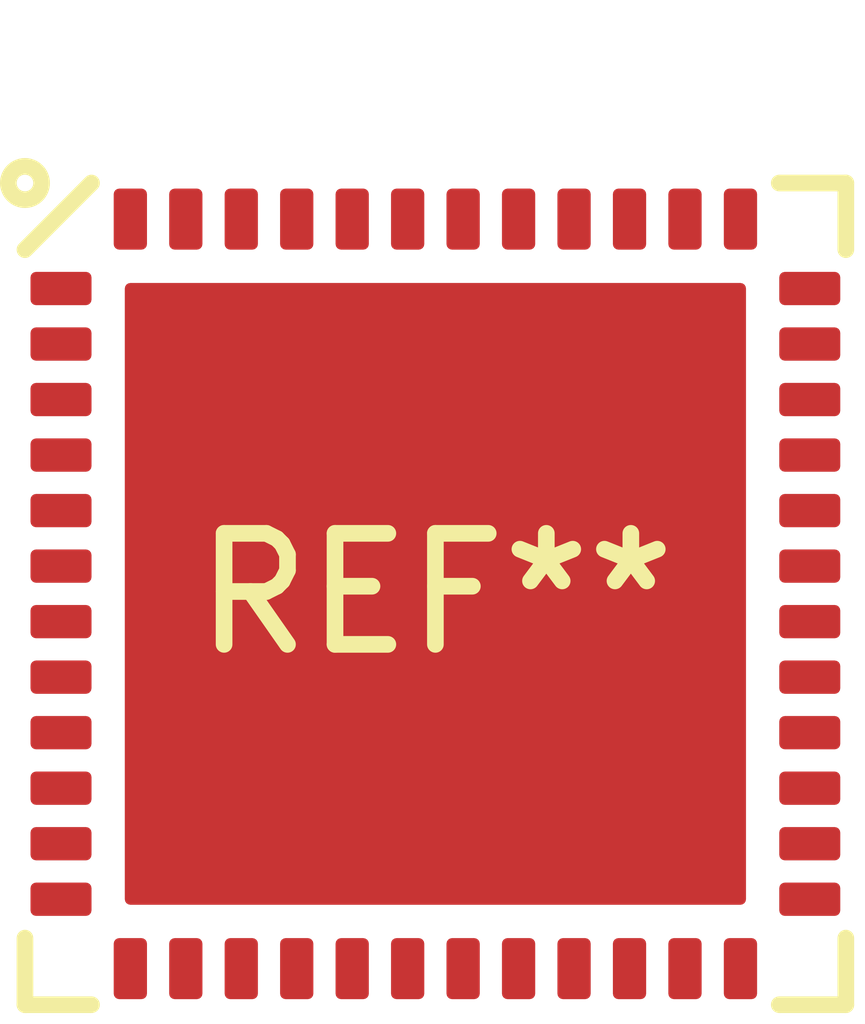
<source format=kicad_pcb>
(kicad_pcb (version 20171130) (host pcbnew 5.1.4-e60b266~84~ubuntu18.04.1)

  (general
    (thickness 1.6)
    (drawings 0)
    (tracks 0)
    (zones 0)
    (modules 1)
    (nets 1)
  )

  (page A4)
  (layers
    (0 F.Cu signal)
    (31 B.Cu signal)
    (32 B.Adhes user)
    (33 F.Adhes user)
    (34 B.Paste user)
    (35 F.Paste user)
    (36 B.SilkS user)
    (37 F.SilkS user)
    (38 B.Mask user)
    (39 F.Mask user)
    (40 Dwgs.User user)
    (41 Cmts.User user)
    (42 Eco1.User user)
    (43 Eco2.User user)
    (44 Edge.Cuts user)
    (45 Margin user)
    (46 B.CrtYd user)
    (47 F.CrtYd user)
    (48 B.Fab user)
    (49 F.Fab user)
  )

  (setup
    (last_trace_width 0.25)
    (trace_clearance 0.2)
    (zone_clearance 0.508)
    (zone_45_only no)
    (trace_min 0.2)
    (via_size 0.8)
    (via_drill 0.4)
    (via_min_size 0.4)
    (via_min_drill 0.3)
    (uvia_size 0.3)
    (uvia_drill 0.1)
    (uvias_allowed no)
    (uvia_min_size 0.2)
    (uvia_min_drill 0.1)
    (edge_width 0.05)
    (segment_width 0.2)
    (pcb_text_width 0.3)
    (pcb_text_size 1.5 1.5)
    (mod_edge_width 0.12)
    (mod_text_size 1 1)
    (mod_text_width 0.15)
    (pad_size 1.524 1.524)
    (pad_drill 0.762)
    (pad_to_mask_clearance 0.051)
    (solder_mask_min_width 0.25)
    (aux_axis_origin 0 0)
    (visible_elements FFFFFF7F)
    (pcbplotparams
      (layerselection 0x010fc_ffffffff)
      (usegerberextensions false)
      (usegerberattributes false)
      (usegerberadvancedattributes false)
      (creategerberjobfile false)
      (excludeedgelayer true)
      (linewidth 0.100000)
      (plotframeref false)
      (viasonmask false)
      (mode 1)
      (useauxorigin false)
      (hpglpennumber 1)
      (hpglpenspeed 20)
      (hpglpendiameter 15.000000)
      (psnegative false)
      (psa4output false)
      (plotreference true)
      (plotvalue true)
      (plotinvisibletext false)
      (padsonsilk false)
      (subtractmaskfromsilk false)
      (outputformat 1)
      (mirror false)
      (drillshape 1)
      (scaleselection 1)
      (outputdirectory ""))
  )

  (net 0 "")

  (net_class Default "This is the default net class."
    (clearance 0.2)
    (trace_width 0.25)
    (via_dia 0.8)
    (via_drill 0.4)
    (uvia_dia 0.3)
    (uvia_drill 0.1)
  )

  (module test_footprints:TEST_QFN (layer F.Cu) (tedit 5D615600) (tstamp 5D6198B1)
    (at 172.05 79.4)
    (fp_text reference REF** (at 0 0) (layer F.SilkS)
      (effects (font (size 1 1) (thickness 0.15)))
    )
    (fp_text value TEST_QFN (at 0 -0.5) (layer F.Fab)
      (effects (font (size 1 1) (thickness 0.15)))
    )
    (fp_line (start -3.8 -3.025) (end -3.8 -3.025) (layer F.CrtYd) (width 0.15))
    (fp_line (start -3.8 3.025) (end -3.8 -3.025) (layer F.CrtYd) (width 0.15))
    (fp_line (start -3.8 3.025) (end -3.8 3.025) (layer F.CrtYd) (width 0.15))
    (fp_line (start -3.8 3.8) (end -3.8 3.025) (layer F.CrtYd) (width 0.15))
    (fp_line (start 3.8 3.8) (end -3.8 3.8) (layer F.CrtYd) (width 0.15))
    (fp_line (start 3.8 3.025) (end 3.8 3.8) (layer F.CrtYd) (width 0.15))
    (fp_line (start 3.8 3.025) (end 3.8 3.025) (layer F.CrtYd) (width 0.15))
    (fp_line (start 3.8 -3.025) (end 3.8 3.025) (layer F.CrtYd) (width 0.15))
    (fp_line (start 3.8 -3.025) (end 3.8 -3.025) (layer F.CrtYd) (width 0.15))
    (fp_line (start 3.8 -3.8) (end 3.8 -3.025) (layer F.CrtYd) (width 0.15))
    (fp_line (start -3.8 -3.8) (end 3.8 -3.8) (layer F.CrtYd) (width 0.15))
    (fp_line (start -3.8 -3.025) (end -3.8 -3.8) (layer F.CrtYd) (width 0.15))
    (fp_line (start -3.55 -3.25) (end -3.55 3.55) (layer F.Fab) (width 0.15))
    (fp_line (start -3.55 3.55) (end 3.55 3.55) (layer F.Fab) (width 0.15))
    (fp_line (start 3.55 3.55) (end 3.55 -3.55) (layer F.Fab) (width 0.15))
    (fp_line (start 3.55 -3.55) (end -3.25 -3.55) (layer F.Fab) (width 0.15))
    (fp_line (start -3.25 -3.55) (end -3.55 -3.25) (layer F.Fab) (width 0.15))
    (fp_circle (center -3.7 -3.7) (end -3.7 -3.85) (layer F.SilkS) (width 0.15))
    (fp_line (start 3.7 -3.7) (end 3.1 -3.7) (layer F.SilkS) (width 0.15))
    (fp_line (start 3.7 -3.1) (end 3.7 -3.7) (layer F.SilkS) (width 0.15))
    (fp_line (start 3.7 3.7) (end 3.7 3.1) (layer F.SilkS) (width 0.15))
    (fp_line (start 3.1 3.7) (end 3.7 3.7) (layer F.SilkS) (width 0.15))
    (fp_line (start -3.1 3.7) (end -3.7 3.7) (layer F.SilkS) (width 0.15))
    (fp_line (start -3.7 3.7) (end -3.7 3.1) (layer F.SilkS) (width 0.15))
    (fp_line (start -3.7 -3.1) (end -3.1 -3.7) (layer F.SilkS) (width 0.15))
    (fp_text user %R (at 0.1 -4.5) (layer F.Fab)
      (effects (font (size 1 1) (thickness 0.15)))
    )
    (pad 0 smd roundrect (at 0 0) (size 5.6 5.6) (layers F.Cu F.Paste F.Mask) (roundrect_rratio 0.00892857142857143)
      (solder_mask_margin 0.05))
    (pad 48 smd roundrect (at -2.75 -3.375) (size 0.3 0.55) (layers F.Cu F.Paste F.Mask) (roundrect_rratio 0.1666666666666667)
      (solder_mask_margin 0.05))
    (pad 47 smd roundrect (at -2.25 -3.375) (size 0.3 0.55) (layers F.Cu F.Paste F.Mask) (roundrect_rratio 0.1666666666666667)
      (solder_mask_margin 0.05))
    (pad 46 smd roundrect (at -1.75 -3.375) (size 0.3 0.55) (layers F.Cu F.Paste F.Mask) (roundrect_rratio 0.1666666666666667)
      (solder_mask_margin 0.05))
    (pad 45 smd roundrect (at -1.25 -3.375) (size 0.3 0.55) (layers F.Cu F.Paste F.Mask) (roundrect_rratio 0.1666666666666667)
      (solder_mask_margin 0.05))
    (pad 44 smd roundrect (at -0.75 -3.375) (size 0.3 0.55) (layers F.Cu F.Paste F.Mask) (roundrect_rratio 0.1666666666666667)
      (solder_mask_margin 0.05))
    (pad 43 smd roundrect (at -0.25 -3.375) (size 0.3 0.55) (layers F.Cu F.Paste F.Mask) (roundrect_rratio 0.1666666666666667)
      (solder_mask_margin 0.05))
    (pad 42 smd roundrect (at 0.25 -3.375) (size 0.3 0.55) (layers F.Cu F.Paste F.Mask) (roundrect_rratio 0.1666666666666667)
      (solder_mask_margin 0.05))
    (pad 41 smd roundrect (at 0.75 -3.375) (size 0.3 0.55) (layers F.Cu F.Paste F.Mask) (roundrect_rratio 0.1666666666666667)
      (solder_mask_margin 0.05))
    (pad 40 smd roundrect (at 1.25 -3.375) (size 0.3 0.55) (layers F.Cu F.Paste F.Mask) (roundrect_rratio 0.1666666666666667)
      (solder_mask_margin 0.05))
    (pad 39 smd roundrect (at 1.75 -3.375) (size 0.3 0.55) (layers F.Cu F.Paste F.Mask) (roundrect_rratio 0.1666666666666667)
      (solder_mask_margin 0.05))
    (pad 38 smd roundrect (at 2.25 -3.375) (size 0.3 0.55) (layers F.Cu F.Paste F.Mask) (roundrect_rratio 0.1666666666666667)
      (solder_mask_margin 0.05))
    (pad 37 smd roundrect (at 2.75 -3.375) (size 0.3 0.55) (layers F.Cu F.Paste F.Mask) (roundrect_rratio 0.1666666666666667)
      (solder_mask_margin 0.05))
    (pad 36 smd roundrect (at 3.375 -2.75) (size 0.55 0.3) (layers F.Cu F.Paste F.Mask) (roundrect_rratio 0.1666666666666667)
      (solder_mask_margin 0.05))
    (pad 35 smd roundrect (at 3.375 -2.25) (size 0.55 0.3) (layers F.Cu F.Paste F.Mask) (roundrect_rratio 0.1666666666666667)
      (solder_mask_margin 0.05))
    (pad 34 smd roundrect (at 3.375 -1.75) (size 0.55 0.3) (layers F.Cu F.Paste F.Mask) (roundrect_rratio 0.1666666666666667)
      (solder_mask_margin 0.05))
    (pad 33 smd roundrect (at 3.375 -1.25) (size 0.55 0.3) (layers F.Cu F.Paste F.Mask) (roundrect_rratio 0.1666666666666667)
      (solder_mask_margin 0.05))
    (pad 32 smd roundrect (at 3.375 -0.75) (size 0.55 0.3) (layers F.Cu F.Paste F.Mask) (roundrect_rratio 0.1666666666666667)
      (solder_mask_margin 0.05))
    (pad 31 smd roundrect (at 3.375 -0.25) (size 0.55 0.3) (layers F.Cu F.Paste F.Mask) (roundrect_rratio 0.1666666666666667)
      (solder_mask_margin 0.05))
    (pad 30 smd roundrect (at 3.375 0.25) (size 0.55 0.3) (layers F.Cu F.Paste F.Mask) (roundrect_rratio 0.1666666666666667)
      (solder_mask_margin 0.05))
    (pad 29 smd roundrect (at 3.375 0.75) (size 0.55 0.3) (layers F.Cu F.Paste F.Mask) (roundrect_rratio 0.1666666666666667)
      (solder_mask_margin 0.05))
    (pad 28 smd roundrect (at 3.375 1.25) (size 0.55 0.3) (layers F.Cu F.Paste F.Mask) (roundrect_rratio 0.1666666666666667)
      (solder_mask_margin 0.05))
    (pad 27 smd roundrect (at 3.375 1.75) (size 0.55 0.3) (layers F.Cu F.Paste F.Mask) (roundrect_rratio 0.1666666666666667)
      (solder_mask_margin 0.05))
    (pad 26 smd roundrect (at 3.375 2.25) (size 0.55 0.3) (layers F.Cu F.Paste F.Mask) (roundrect_rratio 0.1666666666666667)
      (solder_mask_margin 0.05))
    (pad 25 smd roundrect (at 3.375 2.75) (size 0.55 0.3) (layers F.Cu F.Paste F.Mask) (roundrect_rratio 0.1666666666666667)
      (solder_mask_margin 0.05))
    (pad 24 smd roundrect (at 2.75 3.375) (size 0.3 0.55) (layers F.Cu F.Paste F.Mask) (roundrect_rratio 0.1666666666666667)
      (solder_mask_margin 0.05))
    (pad 23 smd roundrect (at 2.25 3.375) (size 0.3 0.55) (layers F.Cu F.Paste F.Mask) (roundrect_rratio 0.1666666666666667)
      (solder_mask_margin 0.05))
    (pad 22 smd roundrect (at 1.75 3.375) (size 0.3 0.55) (layers F.Cu F.Paste F.Mask) (roundrect_rratio 0.1666666666666667)
      (solder_mask_margin 0.05))
    (pad 21 smd roundrect (at 1.25 3.375) (size 0.3 0.55) (layers F.Cu F.Paste F.Mask) (roundrect_rratio 0.1666666666666667)
      (solder_mask_margin 0.05))
    (pad 20 smd roundrect (at 0.75 3.375) (size 0.3 0.55) (layers F.Cu F.Paste F.Mask) (roundrect_rratio 0.1666666666666667)
      (solder_mask_margin 0.05))
    (pad 19 smd roundrect (at 0.25 3.375) (size 0.3 0.55) (layers F.Cu F.Paste F.Mask) (roundrect_rratio 0.1666666666666667)
      (solder_mask_margin 0.05))
    (pad 18 smd roundrect (at -0.25 3.375) (size 0.3 0.55) (layers F.Cu F.Paste F.Mask) (roundrect_rratio 0.1666666666666667)
      (solder_mask_margin 0.05))
    (pad 17 smd roundrect (at -0.75 3.375) (size 0.3 0.55) (layers F.Cu F.Paste F.Mask) (roundrect_rratio 0.1666666666666667)
      (solder_mask_margin 0.05))
    (pad 16 smd roundrect (at -1.25 3.375) (size 0.3 0.55) (layers F.Cu F.Paste F.Mask) (roundrect_rratio 0.1666666666666667)
      (solder_mask_margin 0.05))
    (pad 15 smd roundrect (at -1.75 3.375) (size 0.3 0.55) (layers F.Cu F.Paste F.Mask) (roundrect_rratio 0.1666666666666667)
      (solder_mask_margin 0.05))
    (pad 14 smd roundrect (at -2.25 3.375) (size 0.3 0.55) (layers F.Cu F.Paste F.Mask) (roundrect_rratio 0.1666666666666667)
      (solder_mask_margin 0.05))
    (pad 13 smd roundrect (at -2.75 3.375) (size 0.3 0.55) (layers F.Cu F.Paste F.Mask) (roundrect_rratio 0.1666666666666667)
      (solder_mask_margin 0.05))
    (pad 12 smd roundrect (at -3.375 2.75) (size 0.55 0.3) (layers F.Cu F.Paste F.Mask) (roundrect_rratio 0.1666666666666667)
      (solder_mask_margin 0.05))
    (pad 11 smd roundrect (at -3.375 2.25) (size 0.55 0.3) (layers F.Cu F.Paste F.Mask) (roundrect_rratio 0.1666666666666667)
      (solder_mask_margin 0.05))
    (pad 10 smd roundrect (at -3.375 1.75) (size 0.55 0.3) (layers F.Cu F.Paste F.Mask) (roundrect_rratio 0.1666666666666667)
      (solder_mask_margin 0.05))
    (pad 9 smd roundrect (at -3.375 1.25) (size 0.55 0.3) (layers F.Cu F.Paste F.Mask) (roundrect_rratio 0.1666666666666667)
      (solder_mask_margin 0.05))
    (pad 8 smd roundrect (at -3.375 0.75) (size 0.55 0.3) (layers F.Cu F.Paste F.Mask) (roundrect_rratio 0.1666666666666667)
      (solder_mask_margin 0.05))
    (pad 7 smd roundrect (at -3.375 0.25) (size 0.55 0.3) (layers F.Cu F.Paste F.Mask) (roundrect_rratio 0.1666666666666667)
      (solder_mask_margin 0.05))
    (pad 6 smd roundrect (at -3.375 -0.25) (size 0.55 0.3) (layers F.Cu F.Paste F.Mask) (roundrect_rratio 0.1666666666666667)
      (solder_mask_margin 0.05))
    (pad 5 smd roundrect (at -3.375 -0.75) (size 0.55 0.3) (layers F.Cu F.Paste F.Mask) (roundrect_rratio 0.1666666666666667)
      (solder_mask_margin 0.05))
    (pad 4 smd roundrect (at -3.375 -1.25) (size 0.55 0.3) (layers F.Cu F.Paste F.Mask) (roundrect_rratio 0.1666666666666667)
      (solder_mask_margin 0.05))
    (pad 3 smd roundrect (at -3.375 -1.75) (size 0.55 0.3) (layers F.Cu F.Paste F.Mask) (roundrect_rratio 0.1666666666666667)
      (solder_mask_margin 0.05))
    (pad 2 smd roundrect (at -3.375 -2.25) (size 0.55 0.3) (layers F.Cu F.Paste F.Mask) (roundrect_rratio 0.1666666666666667)
      (solder_mask_margin 0.05))
    (pad 1 smd roundrect (at -3.375 -2.75) (size 0.55 0.3) (layers F.Cu F.Paste F.Mask) (roundrect_rratio 0.1666666666666667)
      (solder_mask_margin 0.05))
  )

)

</source>
